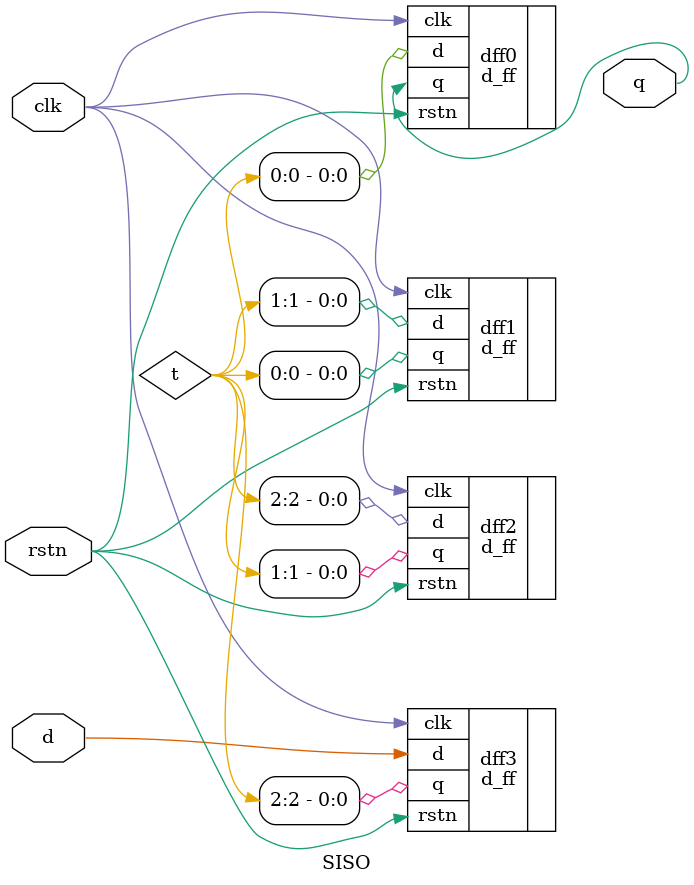
<source format=v>
`timescale 1ns / 1ps


module SISO(
input d,
input clk,
input rstn,
output q
    );
wire [2:0] t;
d_ff dff3(
.d(d),
.clk(clk),
.rstn(rstn),
.q(t[2])
);
d_ff dff2(
.d(t[2]),
.clk(clk),
.rstn(rstn),
.q(t[1])
);
d_ff dff1(
.d(t[1]),
.clk(clk),
.rstn(rstn),
.q(t[0])
);
d_ff dff0(
.d(t[0]),
.clk(clk),
.rstn(rstn),
.q(q)
);
endmodule

</source>
